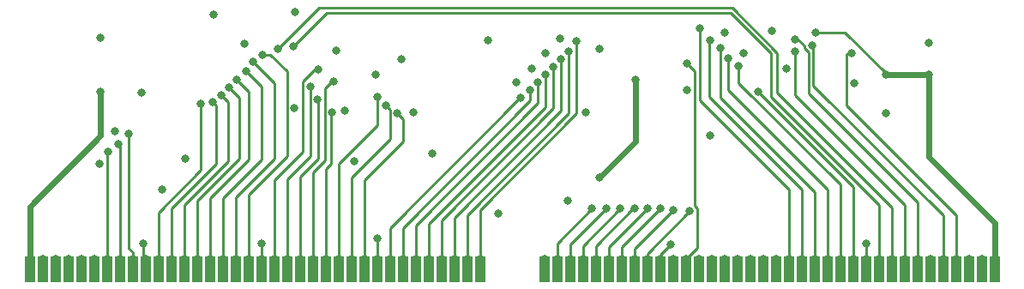
<source format=gbl>
G04 #@! TF.GenerationSoftware,KiCad,Pcbnew,7.0.9*
G04 #@! TF.CreationDate,2024-01-22T22:29:06+01:00*
G04 #@! TF.ProjectId,simm72_ram_8M10,73696d6d-3732-45f7-9261-6d5f384d3130,A*
G04 #@! TF.SameCoordinates,Original*
G04 #@! TF.FileFunction,Copper,L4,Bot*
G04 #@! TF.FilePolarity,Positive*
%FSLAX46Y46*%
G04 Gerber Fmt 4.6, Leading zero omitted, Abs format (unit mm)*
G04 Created by KiCad (PCBNEW 7.0.9) date 2024-01-22 22:29:06*
%MOMM*%
%LPD*%
G01*
G04 APERTURE LIST*
G04 #@! TA.AperFunction,SMDPad,CuDef*
%ADD10R,1.040000X2.540000*%
G04 #@! TD*
G04 #@! TA.AperFunction,ViaPad*
%ADD11C,0.800000*%
G04 #@! TD*
G04 #@! TA.AperFunction,Conductor*
%ADD12C,0.609600*%
G04 #@! TD*
G04 #@! TA.AperFunction,Conductor*
%ADD13C,0.250000*%
G04 #@! TD*
G04 APERTURE END LIST*
D10*
X57375000Y-113921000D03*
X58645000Y-113921000D03*
X59915000Y-113921000D03*
X61185000Y-113921000D03*
X62455000Y-113921000D03*
X63725000Y-113921000D03*
X64995000Y-113921000D03*
X66265000Y-113921000D03*
X67535000Y-113921000D03*
X68805000Y-113921000D03*
X70075000Y-113921000D03*
X71345000Y-113921000D03*
X72615000Y-113921000D03*
X73885000Y-113921000D03*
X75155000Y-113921000D03*
X76425000Y-113921000D03*
X77695000Y-113921000D03*
X78965000Y-113921000D03*
X80235000Y-113921000D03*
X81505000Y-113921000D03*
X82775000Y-113921000D03*
X84045000Y-113921000D03*
X85315000Y-113921000D03*
X86585000Y-113921000D03*
X87855000Y-113921000D03*
X89125000Y-113921000D03*
X90395000Y-113921000D03*
X91665000Y-113921000D03*
X92935000Y-113921000D03*
X94205000Y-113921000D03*
X95475000Y-113921000D03*
X96745000Y-113921000D03*
X98015000Y-113921000D03*
X99285000Y-113921000D03*
X100555000Y-113921000D03*
X101825000Y-113921000D03*
X108175000Y-113921000D03*
X109445000Y-113921000D03*
X110715000Y-113921000D03*
X111985000Y-113921000D03*
X113255000Y-113921000D03*
X114525000Y-113921000D03*
X115795000Y-113921000D03*
X117065000Y-113921000D03*
X118335000Y-113921000D03*
X119605000Y-113921000D03*
X120875000Y-113921000D03*
X122145000Y-113921000D03*
X123415000Y-113921000D03*
X124685000Y-113921000D03*
X125955000Y-113921000D03*
X127225000Y-113921000D03*
X128495000Y-113921000D03*
X129765000Y-113921000D03*
X131035000Y-113921000D03*
X132305000Y-113921000D03*
X133575000Y-113921000D03*
X134845000Y-113921000D03*
X136115000Y-113921000D03*
X137385000Y-113921000D03*
X138655000Y-113921000D03*
X139925000Y-113921000D03*
X141195000Y-113921000D03*
X142465000Y-113921000D03*
X143735000Y-113921000D03*
X145005000Y-113921000D03*
X146275000Y-113921000D03*
X147545000Y-113921000D03*
X148815000Y-113921000D03*
X150085000Y-113921000D03*
X151355000Y-113921000D03*
X152625000Y-113921000D03*
D11*
X146275000Y-112905000D03*
X150085000Y-112905000D03*
X151355000Y-112905000D03*
X146148000Y-94744000D03*
X152625000Y-112905000D03*
X117192000Y-95252000D03*
X141903500Y-94744000D03*
X64360000Y-96395000D03*
X57375000Y-112905000D03*
X113636000Y-104830500D03*
X134972000Y-90524500D03*
X58645000Y-112905000D03*
X59915000Y-112905000D03*
X61185000Y-112905000D03*
X62455000Y-112905000D03*
X63725000Y-112905000D03*
X64995000Y-112905000D03*
X65122000Y-102364000D03*
X66265000Y-112905000D03*
X66170987Y-101602000D03*
X67535000Y-112905000D03*
X67154000Y-100586000D03*
X138655000Y-112905000D03*
X129258651Y-96389463D03*
X137385000Y-112905000D03*
X127381284Y-93884284D03*
X126336000Y-93093000D03*
X136115000Y-112905000D03*
X68551000Y-111381000D03*
X109699000Y-91188000D03*
X80235000Y-112905000D03*
X88498992Y-98300000D03*
X64233000Y-103507000D03*
X91538000Y-94744000D03*
X127860000Y-92585000D03*
X97126000Y-102491000D03*
X139925000Y-111381000D03*
X94078000Y-93220000D03*
X91665000Y-110873000D03*
X83537000Y-88521000D03*
X95221000Y-98427000D03*
X106905000Y-94109000D03*
X89379000Y-103253000D03*
X80235000Y-111381000D03*
X91665000Y-112905000D03*
X130654000Y-90426000D03*
X68424000Y-96522000D03*
X124558000Y-100713000D03*
X83499500Y-98046000D03*
X78584000Y-91696000D03*
X141903500Y-98554000D03*
X128495000Y-112905000D03*
X65757000Y-100332000D03*
X112239000Y-98427000D03*
X110461000Y-107190000D03*
X70456000Y-106047000D03*
X146148000Y-91569000D03*
X64360000Y-91061000D03*
X108302000Y-92585000D03*
X120621000Y-111455500D03*
X113636000Y-92165500D03*
X108175000Y-112905000D03*
X87601000Y-92331000D03*
X68805000Y-112905000D03*
X119605000Y-112905000D03*
X125955000Y-90553000D03*
X105381000Y-95506000D03*
X139925000Y-112905000D03*
X138744500Y-95575500D03*
X122272000Y-96268000D03*
X102587000Y-91315000D03*
X72742000Y-102999000D03*
X75536000Y-88775000D03*
X132051000Y-94109000D03*
X103603000Y-108460000D03*
X70075000Y-112905000D03*
X74266000Y-97575500D03*
X71345000Y-112905000D03*
X75409000Y-97411000D03*
X76293701Y-96771701D03*
X72615000Y-112905000D03*
X73885000Y-112905000D03*
X77055701Y-96009701D03*
X75155000Y-112905000D03*
X77817701Y-95247701D03*
X76425000Y-112905000D03*
X78706701Y-94358701D03*
X79415636Y-93474000D03*
X77695000Y-112905000D03*
X80339201Y-92726201D03*
X78965000Y-112905000D03*
X85891497Y-94177497D03*
X81505000Y-112905000D03*
X82775000Y-112905000D03*
X85061000Y-95887000D03*
X85785500Y-97157000D03*
X84045000Y-112905000D03*
X87361647Y-95393647D03*
X85315000Y-112905000D03*
X86585000Y-112905000D03*
X87235000Y-98427000D03*
X91665000Y-96903000D03*
X87855000Y-112905000D03*
X89125000Y-112905000D03*
X92554000Y-97792000D03*
X90395000Y-112905000D03*
X93659500Y-98554000D03*
X105829788Y-97030000D03*
X92935000Y-112905000D03*
X94205000Y-112905000D03*
X106778000Y-96268000D03*
X107540000Y-95506000D03*
X95475000Y-112905000D03*
X96745000Y-112905000D03*
X108302000Y-94744000D03*
X98015000Y-112905000D03*
X109064000Y-93982000D03*
X99285000Y-112905000D03*
X109826000Y-93220000D03*
X110588000Y-92458000D03*
X100555000Y-112905000D03*
X101825000Y-112905000D03*
X111350000Y-91442000D03*
X112874000Y-107952000D03*
X109445000Y-112905000D03*
X114271000Y-107952000D03*
X110715000Y-112905000D03*
X111985000Y-112905000D03*
X115668000Y-107952000D03*
X117065000Y-107952000D03*
X113255000Y-112905000D03*
X118335000Y-107952000D03*
X114525000Y-112905000D03*
X119605000Y-107952000D03*
X115795000Y-112905000D03*
X120875000Y-108079000D03*
X117065000Y-112905000D03*
X118335000Y-112905000D03*
X122526000Y-108206000D03*
X122272000Y-93601000D03*
X122145000Y-112905000D03*
X123415000Y-112905000D03*
X124685000Y-112905000D03*
X125955000Y-112905000D03*
X127225000Y-112905000D03*
X129765000Y-112905000D03*
X131035000Y-112905000D03*
X132305000Y-112905000D03*
X123542000Y-90172000D03*
X124558000Y-91315000D03*
X133575000Y-112905000D03*
X134845000Y-112905000D03*
X125574000Y-92077000D03*
X83405701Y-91945701D03*
X141195000Y-112905000D03*
X142465000Y-112905000D03*
X81886000Y-92204000D03*
X143735000Y-112905000D03*
X132935701Y-92453701D03*
X145005000Y-112905000D03*
X132935701Y-91192299D03*
X147545000Y-112905000D03*
X134595299Y-91818701D03*
X148815000Y-112905000D03*
X138546873Y-92575500D03*
X120875000Y-112905000D03*
D12*
X64360000Y-96395000D02*
X64360000Y-100740000D01*
X64360000Y-100740000D02*
X57375000Y-107725000D01*
X57375000Y-107725000D02*
X57375000Y-112905000D01*
X141903500Y-94744000D02*
X146148000Y-94744000D01*
X146148000Y-102872000D02*
X152625000Y-109349000D01*
D13*
X141903500Y-94563500D02*
X141903500Y-94744000D01*
D12*
X146148000Y-94744000D02*
X146148000Y-102872000D01*
X113636000Y-104830500D02*
X117192000Y-101274500D01*
D13*
X134972000Y-90524500D02*
X137864500Y-90524500D01*
X137864500Y-90524500D02*
X141903500Y-94563500D01*
D12*
X117192000Y-101274500D02*
X117192000Y-95252000D01*
X152625000Y-109349000D02*
X152625000Y-112905000D01*
D13*
X65122000Y-102364000D02*
X64995000Y-102491000D01*
X64995000Y-102491000D02*
X64995000Y-113921000D01*
X66265000Y-101696013D02*
X66265000Y-113921000D01*
X66170987Y-101602000D02*
X66265000Y-101696013D01*
X67535000Y-112270000D02*
X67535000Y-113921000D01*
X67154000Y-100586000D02*
X67154000Y-111889000D01*
X67154000Y-111889000D02*
X67535000Y-112270000D01*
X129258651Y-96389463D02*
X129259358Y-96389463D01*
X138655000Y-105785105D02*
X138655000Y-112905000D01*
X129259358Y-96389463D02*
X138655000Y-105785105D01*
X137385000Y-105540410D02*
X137385000Y-112905000D01*
X127381284Y-95536694D02*
X137385000Y-105540410D01*
X127381284Y-93884284D02*
X127381284Y-95536694D01*
X126336000Y-93093000D02*
X126336000Y-96268000D01*
X126336000Y-96268000D02*
X136115000Y-106047000D01*
X136115000Y-106047000D02*
X136115000Y-112905000D01*
X68551000Y-111381000D02*
X68551000Y-112651000D01*
X80235000Y-111381000D02*
X80235000Y-112905000D01*
X139925000Y-111381000D02*
X139925000Y-112905000D01*
X91665000Y-110873000D02*
X91665000Y-112905000D01*
X119605000Y-112905000D02*
X119605000Y-112471500D01*
X119605000Y-112471500D02*
X120621000Y-111455500D01*
X68551000Y-112651000D02*
X68805000Y-112905000D01*
X74266000Y-97575500D02*
X74266000Y-104142000D01*
X70075000Y-108333000D02*
X70075000Y-112905000D01*
X74266000Y-104142000D02*
X70075000Y-108333000D01*
X75790000Y-97792000D02*
X75790000Y-103507000D01*
X71345000Y-107952000D02*
X71345000Y-112905000D01*
X75790000Y-103507000D02*
X71345000Y-107952000D01*
X75409000Y-97411000D02*
X75790000Y-97792000D01*
X76293701Y-96771701D02*
X76933000Y-97411000D01*
X76933000Y-103253000D02*
X72615000Y-107571000D01*
X72615000Y-107571000D02*
X72615000Y-112905000D01*
X76933000Y-97411000D02*
X76933000Y-103253000D01*
X73885000Y-107190000D02*
X73885000Y-112905000D01*
X77055701Y-96009701D02*
X78076000Y-97030000D01*
X78076000Y-97030000D02*
X78076000Y-102999000D01*
X78076000Y-102999000D02*
X73885000Y-107190000D01*
X78965000Y-103126000D02*
X75155000Y-106936000D01*
X78965000Y-96395000D02*
X78965000Y-103126000D01*
X75155000Y-106936000D02*
X75155000Y-112905000D01*
X77817701Y-95247701D02*
X78965000Y-96395000D01*
X80235000Y-103126000D02*
X76425000Y-106936000D01*
X76425000Y-106936000D02*
X76425000Y-112905000D01*
X78706701Y-94358701D02*
X80235000Y-95887000D01*
X80235000Y-95887000D02*
X80235000Y-103126000D01*
X79415636Y-93474000D02*
X81505000Y-95563364D01*
X77695000Y-106809000D02*
X77695000Y-112905000D01*
X81505000Y-95563364D02*
X81505000Y-102999000D01*
X81505000Y-102999000D02*
X77695000Y-106809000D01*
X78965000Y-106555000D02*
X78965000Y-112905000D01*
X82775000Y-102745000D02*
X78965000Y-106555000D01*
X80339201Y-92726201D02*
X81147506Y-92726201D01*
X81147506Y-92726201D02*
X82775000Y-94353695D01*
X82775000Y-94353695D02*
X82775000Y-102745000D01*
X81505000Y-105158000D02*
X81505000Y-112905000D01*
X85891497Y-94177497D02*
X85500503Y-94177497D01*
X85500503Y-94177497D02*
X84299000Y-95379000D01*
X84299000Y-95379000D02*
X84299000Y-102364000D01*
X84299000Y-102364000D02*
X81505000Y-105158000D01*
X85061000Y-95887000D02*
X85061000Y-102745000D01*
X82775000Y-105031000D02*
X82775000Y-112905000D01*
X85061000Y-102745000D02*
X82775000Y-105031000D01*
X85823000Y-102999000D02*
X84045000Y-104777000D01*
X84045000Y-104777000D02*
X84045000Y-112905000D01*
X85785500Y-97157000D02*
X85823000Y-97194500D01*
X85823000Y-97194500D02*
X85823000Y-102999000D01*
X86510500Y-96088500D02*
X86510500Y-103200500D01*
X86510500Y-103200500D02*
X85315000Y-104396000D01*
X87205353Y-95393647D02*
X86510500Y-96088500D01*
X85315000Y-104396000D02*
X85315000Y-112905000D01*
X87361647Y-95393647D02*
X87205353Y-95393647D01*
X87235000Y-98427000D02*
X87093000Y-98569000D01*
X87093000Y-98569000D02*
X87093000Y-103507000D01*
X87093000Y-103507000D02*
X86585000Y-104015000D01*
X86585000Y-104015000D02*
X86585000Y-112905000D01*
X87855000Y-103507000D02*
X87855000Y-112905000D01*
X91665000Y-96903000D02*
X91665000Y-99697000D01*
X91665000Y-99697000D02*
X87855000Y-103507000D01*
X92935000Y-101094000D02*
X92935000Y-98173000D01*
X89125000Y-112905000D02*
X89125000Y-104904000D01*
X89125000Y-104904000D02*
X92935000Y-101094000D01*
X92935000Y-98173000D02*
X92554000Y-97792000D01*
X94205000Y-99099500D02*
X93659500Y-98554000D01*
X90395000Y-112905000D02*
X90395000Y-105158000D01*
X90395000Y-105158000D02*
X94205000Y-101348000D01*
X94205000Y-101348000D02*
X94205000Y-99099500D01*
X105829788Y-97030000D02*
X105762000Y-97030000D01*
X92935000Y-109857000D02*
X92935000Y-112905000D01*
X105762000Y-97030000D02*
X92935000Y-109857000D01*
X106778000Y-96268000D02*
X106778000Y-97284000D01*
X106778000Y-97284000D02*
X94205000Y-109857000D01*
X94205000Y-109857000D02*
X94205000Y-112905000D01*
X107540000Y-95506000D02*
X107540000Y-97538000D01*
X107540000Y-97538000D02*
X95475000Y-109603000D01*
X95475000Y-109603000D02*
X95475000Y-112905000D01*
X108302000Y-94744000D02*
X108302000Y-97917604D01*
X96745000Y-109474604D02*
X96745000Y-112905000D01*
X108302000Y-97917604D02*
X96745000Y-109474604D01*
X98015000Y-109095000D02*
X98015000Y-112905000D01*
X109064000Y-98046000D02*
X98015000Y-109095000D01*
X109064000Y-93982000D02*
X109064000Y-98046000D01*
X109826000Y-93220000D02*
X109826000Y-98300000D01*
X109826000Y-98300000D02*
X99285000Y-108841000D01*
X99285000Y-108841000D02*
X99285000Y-112905000D01*
X100555000Y-108587000D02*
X100555000Y-112905000D01*
X110588000Y-98554000D02*
X100555000Y-108587000D01*
X110588000Y-92458000D02*
X110588000Y-98554000D01*
X111350000Y-98554000D02*
X101825000Y-108079000D01*
X111350000Y-91442000D02*
X111350000Y-98554000D01*
X101825000Y-108079000D02*
X101825000Y-112905000D01*
X112874000Y-107952000D02*
X109445000Y-111381000D01*
X109445000Y-111381000D02*
X109445000Y-112905000D01*
X110715000Y-111508000D02*
X110715000Y-112905000D01*
X114271000Y-107952000D02*
X110715000Y-111508000D01*
X115668000Y-107952000D02*
X111985000Y-111635000D01*
X111985000Y-111635000D02*
X111985000Y-112905000D01*
X116938000Y-107952000D02*
X113255000Y-111635000D01*
X113255000Y-111635000D02*
X113255000Y-112905000D01*
X117065000Y-107952000D02*
X116938000Y-107952000D01*
X118335000Y-107952000D02*
X114525000Y-111762000D01*
X114525000Y-111762000D02*
X114525000Y-112905000D01*
X115795000Y-111762000D02*
X115795000Y-112905000D01*
X119605000Y-107952000D02*
X115795000Y-111762000D01*
X117065000Y-111889000D02*
X117065000Y-112905000D01*
X120875000Y-108079000D02*
X117065000Y-111889000D01*
X118335000Y-112397000D02*
X118335000Y-112905000D01*
X122526000Y-108206000D02*
X118335000Y-112397000D01*
X123034000Y-107688695D02*
X123251000Y-107905695D01*
X123251000Y-111799000D02*
X122145000Y-112905000D01*
X123251000Y-107905695D02*
X123251000Y-111799000D01*
X122272000Y-93601000D02*
X123034000Y-94363000D01*
X123034000Y-94363000D02*
X123034000Y-107688695D01*
X123542000Y-97284000D02*
X132305000Y-106047000D01*
X123542000Y-90172000D02*
X123542000Y-97284000D01*
X132305000Y-106047000D02*
X132305000Y-112905000D01*
X133575000Y-106047000D02*
X133575000Y-112905000D01*
X124558000Y-91315000D02*
X124431000Y-91442000D01*
X124431000Y-96903000D02*
X133575000Y-106047000D01*
X124431000Y-91442000D02*
X124431000Y-96903000D01*
X134845000Y-106301000D02*
X134845000Y-112905000D01*
X125574000Y-92077000D02*
X125574000Y-97030000D01*
X125574000Y-97030000D02*
X134845000Y-106301000D01*
X141195000Y-107571000D02*
X141195000Y-113921000D01*
X83405701Y-91945701D02*
X86703402Y-88648000D01*
X126599305Y-88648000D02*
X130527000Y-92575695D01*
X130527000Y-92575695D02*
X130527000Y-96903000D01*
X130527000Y-96903000D02*
X141195000Y-107571000D01*
X86703402Y-88648000D02*
X126599305Y-88648000D01*
X131162000Y-92574299D02*
X131162000Y-96522000D01*
X126727701Y-88140000D02*
X131162000Y-92574299D01*
X85950000Y-88140000D02*
X126727701Y-88140000D01*
X131162000Y-96522000D02*
X142465000Y-107825000D01*
X142465000Y-107825000D02*
X142465000Y-113921000D01*
X81886000Y-92204000D02*
X85950000Y-88140000D01*
X132935701Y-96771701D02*
X143735000Y-107571000D01*
X143735000Y-107571000D02*
X143735000Y-113921000D01*
X132935701Y-92453701D02*
X132935701Y-96771701D01*
X134294994Y-92543701D02*
X134294994Y-96606994D01*
X133870299Y-92119006D02*
X134294994Y-92543701D01*
X134294994Y-96606994D02*
X145005000Y-107317000D01*
X145005000Y-107317000D02*
X145005000Y-113921000D01*
X132935701Y-91192299D02*
X133198299Y-91192299D01*
X133198299Y-91192299D02*
X133870299Y-91864299D01*
X133870299Y-91864299D02*
X133870299Y-92119006D01*
X134595299Y-91818701D02*
X134744994Y-91968396D01*
X134744994Y-91968396D02*
X134744994Y-95786994D01*
X134744994Y-95786994D02*
X147545000Y-108587000D01*
X147545000Y-108587000D02*
X147545000Y-113921000D01*
X138546873Y-92575500D02*
X138156500Y-92575500D01*
X138020000Y-97792000D02*
X148815000Y-108587000D01*
X148815000Y-108587000D02*
X148815000Y-113921000D01*
X138020000Y-92712000D02*
X138020000Y-97792000D01*
X138156500Y-92575500D02*
X138020000Y-92712000D01*
M02*

</source>
